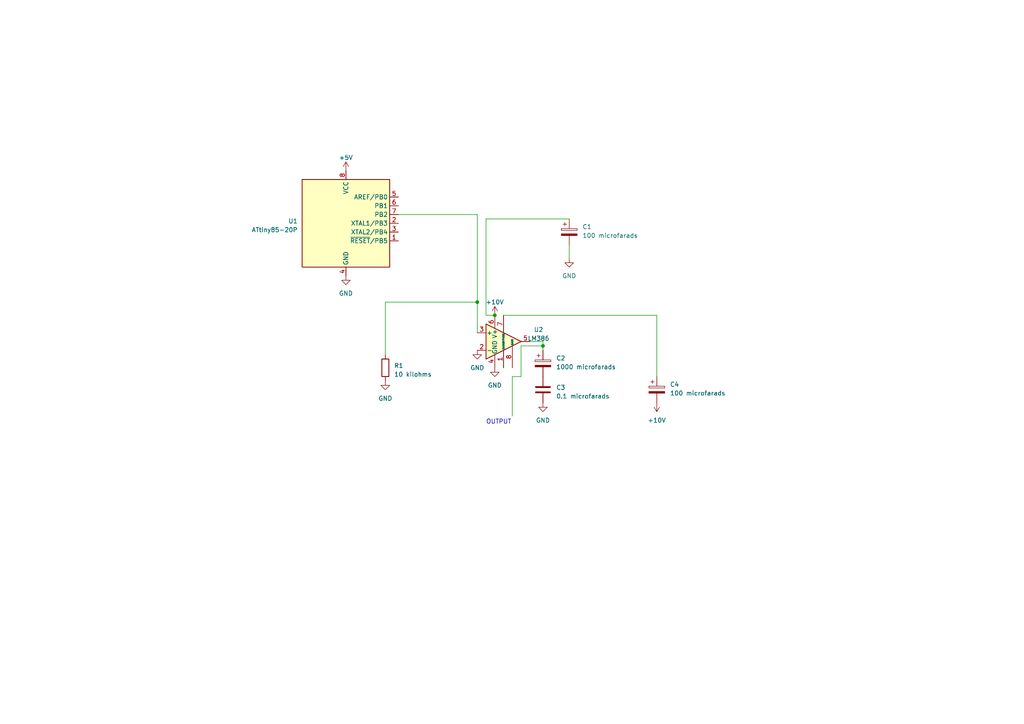
<source format=kicad_sch>
(kicad_sch (version 20230121) (generator eeschema)
  (paper "A4")
  (lib_symbols
    (symbol "Amplifier_Audio:LM386" (pin_names (offset 0.127))
      (property "Reference" "U" (at 1.27 7.62 0))
      (property "Value" "LM386" (at 1.27 5.08 0))
      (symbol "LM386_0_1"
        (polyline (pts (xy 5.08 0) (xy -5.08 5.08) (xy -5.08 -5.08) (xy 5.08 0)) (stroke (width 0.254)) (fill (type background)))
      )
      (symbol "LM386_1_1"
        (pin input line (at 0 -7.62 90) (length 5.08) (name "GAIN") (number "1"))
        (pin input line (at -7.62 -2.54 0) (length 2.54) (name "-") (number "2"))
        (pin input line (at -7.62 2.54 0) (length 2.54) (name "+") (number "3"))
        (pin power_in line (at -2.54 -7.62 90) (length 3.81) (name "GND") (number "4"))
        (pin output line (at 7.62 0 180) (length 2.54) (name "~") (number "5"))
        (pin power_in line (at -2.54 7.62 270) (length 3.81) (name "V+") (number "6"))
        (pin input line (at 0 7.62 270) (length 5.08) (name "BYPASS") (number "7"))
        (pin input line (at 2.54 -7.62 90) (length 6.35) (name "GAIN") (number "8"))
      )
    )
    (symbol "Device:C" (pin_numbers hide) (pin_names (offset 0.254))
      (property "Reference" "C" (at 0.635 2.54 0))
      (property "Value" "C" (at 0.635 -2.54 0))
      (symbol "C_0_1"
        (polyline (pts (xy -2.032 -0.762) (xy 2.032 -0.762)) (stroke (width 0.508)))
        (polyline (pts (xy -2.032 0.762) (xy 2.032 0.762)) (stroke (width 0.508)))
      )
      (symbol "C_1_1"
        (pin passive line (at 0 3.81 270) (length 2.794) (name "~") (number "1"))
        (pin passive line (at 0 -3.81 90) (length 2.794) (name "~") (number "2"))
      )
    )
    (symbol "Device:C_Polarized" (pin_numbers hide) (pin_names (offset 0.254))
      (property "Reference" "C" (at 0.635 2.54 0))
      (property "Value" "C_Polarized" (at 0.635 -2.54 0))
      (symbol "C_Polarized_0_1"
        (rectangle (start -2.286 0.508) (end 2.286 1.016))
        (polyline (pts (xy -1.778 2.286) (xy -0.762 2.286)))
        (polyline (pts (xy -1.27 2.794) (xy -1.27 1.778)))
        (rectangle (start 2.286 -0.508) (end -2.286 -1.016) (fill (type outline)))
      )
      (symbol "C_Polarized_1_1"
        (pin passive line (at 0 3.81 270) (length 2.794) (name "~") (number "1"))
        (pin passive line (at 0 -3.81 90) (length 2.794) (name "~") (number "2"))
      )
    )
    (symbol "Device:R" (pin_numbers hide) (pin_names (offset 0))
      (property "Reference" "R" (at 2.032 0 90))
      (property "Value" "R" (at 0 0 90))
      (symbol "R_0_1"
        (rectangle (start -1.016 -2.54) (end 1.016 2.54) (stroke (width 0.254)))
      )
      (symbol "R_1_1"
        (pin passive line (at 0 3.81 270) (length 1.27) (name "~") (number "1"))
        (pin passive line (at 0 -3.81 90) (length 1.27) (name "~") (number "2"))
      )
    )
    (symbol "MCU_Microchip_ATtiny:ATtiny85-20P"
      (property "Reference" "U" (at -12.7 13.97 0))
      (property "Value" "ATtiny85-20P" (at 2.54 -13.97 0))
      (symbol "ATtiny85-20P_0_1"
        (rectangle (start -12.7 -12.7) (end 12.7 12.7) (stroke (width 0.254)) (fill (type background)))
      )
      (symbol "ATtiny85-20P_1_1"
        (pin bidirectional line (at 15.24 -5.08 180) (length 2.54) (name "~{RESET}/PB5") (number "1"))
        (pin bidirectional line (at 15.24 0 180) (length 2.54) (name "XTAL1/PB3") (number "2"))
        (pin bidirectional line (at 15.24 -2.54 180) (length 2.54) (name "XTAL2/PB4") (number "3"))
        (pin power_in line (at 0 -15.24 90) (length 2.54) (name "GND") (number "4"))
        (pin bidirectional line (at 15.24 7.62 180) (length 2.54) (name "AREF/PB0") (number "5"))
        (pin bidirectional line (at 15.24 5.08 180) (length 2.54) (name "PB1") (number "6"))
        (pin bidirectional line (at 15.24 2.54 180) (length 2.54) (name "PB2") (number "7"))
        (pin power_in line (at 0 15.24 270) (length 2.54) (name "VCC") (number "8"))
      )
    )
    (symbol "power:+10V" (power) (pin_names (offset 0))
      (property "Value" "+10V" (at 0 3.556 0))
      (symbol "+10V_0_1"
        (polyline (pts (xy -0.762 1.27) (xy 0 2.54)))
        (polyline (pts (xy 0 0) (xy 0 2.54)))
        (polyline (pts (xy 0 2.54) (xy 0.762 1.27)))
      )
      (symbol "+10V_1_1"
        (pin power_in line (at 0 0 90) (length 0) hide (name "+10V") (number "1"))
      )
    )
    (symbol "power:+5V" (power) (pin_names (offset 0))
      (property "Value" "+5V" (at 0 3.556 0))
      (symbol "+5V_0_1"
        (polyline (pts (xy -0.762 1.27) (xy 0 2.54)))
        (polyline (pts (xy 0 0) (xy 0 2.54)))
        (polyline (pts (xy 0 2.54) (xy 0.762 1.27)))
      )
      (symbol "+5V_1_1"
        (pin power_in line (at 0 0 90) (length 0) hide (name "+5V") (number "1"))
      )
    )
    (symbol "power:GND" (power) (pin_names (offset 0))
      (property "Value" "GND" (at 0 -3.81 0))
      (symbol "GND_0_1"
        (polyline (pts (xy 0 0) (xy 0 -1.27) (xy 1.27 -1.27) (xy 0 -2.54) (xy -1.27 -1.27) (xy 0 -1.27)))
      )
      (symbol "GND_1_1"
        (pin power_in line (at 0 0 270) (length 0) hide (name "GND") (number "1"))
      )
    )
  )
  (junction (at 138.43 87.63))
  (junction (at 143.51 91.44))
  (junction (at 157.48 100.33))
  (wire (pts (xy 165.1 63.5) (xy 140.97 63.5)))
  (wire (pts (xy 138.43 96.52) (xy 138.43 87.63)))
  (wire (pts (xy 140.97 91.44) (xy 143.51 91.44)))
  (wire (pts (xy 111.76 102.87) (xy 111.76 87.63)))
  (wire (pts (xy 138.43 62.23) (xy 115.57 62.23)))
  (wire (pts (xy 146.05 91.44) (xy 190.5 91.44)))
  (wire (pts (xy 151.13 109.22) (xy 148.59 109.22)))
  (wire (pts (xy 151.13 100.33) (xy 151.13 109.22)))
  (wire (pts (xy 165.1 71.12) (xy 165.1 74.93)))
  (wire (pts (xy 151.13 100.33) (xy 157.48 100.33)))
  (wire (pts (xy 157.48 100.33) (xy 157.48 101.6)))
  (wire (pts (xy 157.48 99.06) (xy 157.48 100.33)))
  (wire (pts (xy 140.97 63.5) (xy 140.97 91.44)))
  (wire (pts (xy 190.5 91.44) (xy 190.5 109.22)))
  (wire (pts (xy 153.67 99.06) (xy 157.48 99.06)))
  (wire (pts (xy 138.43 87.63) (xy 138.43 62.23)))
  (wire (pts (xy 111.76 87.63) (xy 138.43 87.63)))
  (wire (pts (xy 148.59 109.22) (xy 148.59 120.65)))
  (text "OUTPUT" (at 140.97 123.19 0) (effects (font (size 1.27 1.27)) (justify left bottom)))
  (symbol (lib_id "Device:C") (at 157.48 113.03 0) (unit 1)
    (property "Reference" "C3" (at 161.29 112.395 0) (effects (justify left)))
    (property "Value" "0.1 microfarads" (at 161.29 114.935 0) (effects (justify left)))
  )
  (symbol (lib_id "Device:C_Polarized") (at 165.1 67.31 0) (unit 1)
    (property "Reference" "C1" (at 168.91 65.786 0) (effects (justify left)))
    (property "Value" "100 microfarads" (at 168.91 68.326 0) (effects (justify left)))
    (property "Footprint" "Package_DIP:DIP-8-16_W7.62mm_Socket" (effects hide))
  )
  (symbol (lib_id "MCU_Microchip_ATtiny:ATtiny85-20P") (at 100.33 64.77 0) (unit 1)
    (property "Reference" "U1" (at 86.36 64.135 0) (effects (justify right)))
    (property "Value" "ATtiny85-20P" (at 86.36 66.675 0) (effects (justify right)))
    (property "Footprint" "Package_DIP:DIP-8_W7.62mm" (effects hide))
    (property "Datasheet" "http://ww1.microchip.com/downloads/en/DeviceDoc/atmel-2586-avr-8-bit-microcontroller-attiny25-attiny45-attiny85_datasheet.pdf" (effects hide))
  )
  (symbol (lib_id "Device:C_Polarized") (at 190.5 113.03 0) (unit 1)
    (property "Reference" "C4" (at 194.31 111.506 0) (effects (justify left)))
    (property "Value" "100 microfarads" (at 194.31 114.046 0) (effects (justify left)))
  )
  (symbol (lib_id "power:GND") (at 165.1 74.93 0) (unit 1)
    (property "Reference" "#PWR07" (effects hide))
    (property "Value" "GND" (at 165.1 80.01 0))
  )
  (symbol (lib_id "Device:C_Polarized") (at 157.48 105.41 0) (unit 1)
    (property "Reference" "C2" (at 161.29 103.886 0) (effects (justify left)))
    (property "Value" "1000 microfarads" (at 161.29 106.426 0) (effects (justify left)))
  )
  (symbol (lib_id "power:GND") (at 157.48 116.84 0) (unit 1)
    (property "Reference" "#PWR06" (effects hide))
    (property "Value" "GND" (at 157.48 121.92 0))
  )
  (symbol (lib_id "power:GND") (at 100.33 80.01 0) (unit 1)
    (property "Reference" "#PWR01" (effects hide))
    (property "Value" "GND" (at 100.33 85.09 0))
  )
  (symbol (lib_id "power:GND") (at 111.76 110.49 0) (unit 1)
    (property "Reference" "#PWR09" (effects hide))
    (property "Value" "GND" (at 111.76 115.57 0))
  )
  (symbol (lib_id "Amplifier_Audio:LM386") (at 146.05 99.06 0) (unit 1)
    (property "Reference" "U2" (at 156.21 95.6311 0))
    (property "Value" "LM386" (at 156.21 98.1711 0))
    (property "Datasheet" "http://www.ti.com/lit/ds/symlink/lm386.pdf" (effects hide))
  )
  (symbol (lib_id "power:+10V") (at 143.51 91.44 0) (unit 1)
    (property "Reference" "#PWR04" (effects hide))
    (property "Value" "+10V" (at 143.51 87.63 0))
  )
  (symbol (lib_id "power:+10V") (at 190.5 116.84 0) (mirror x) (unit 1)
    (property "Reference" "#PWR08" (effects hide))
    (property "Value" "+10V" (at 190.5 121.92 0))
  )
  (symbol (lib_id "power:+5V") (at 100.33 49.53 0) (unit 1)
    (property "Reference" "#PWR03" (effects hide))
    (property "Value" "+5V" (at 100.33 45.72 0))
  )
  (symbol (lib_id "power:GND") (at 138.43 101.6 0) (unit 1)
    (property "Reference" "#PWR02" (effects hide))
    (property "Value" "GND" (at 138.43 106.68 0))
  )
  (symbol (lib_id "Device:R") (at 111.76 106.68 0) (unit 1)
    (property "Reference" "R1" (at 114.3 106.045 0) (effects (justify left)))
    (property "Value" "10 kilohms" (at 114.3 108.585 0) (effects (justify left)))
  )
  (symbol (lib_id "power:GND") (at 143.51 106.68 0) (unit 1)
    (property "Reference" "#PWR05" (effects hide))
    (property "Value" "GND" (at 143.51 111.76 0))
  )
)
</source>
